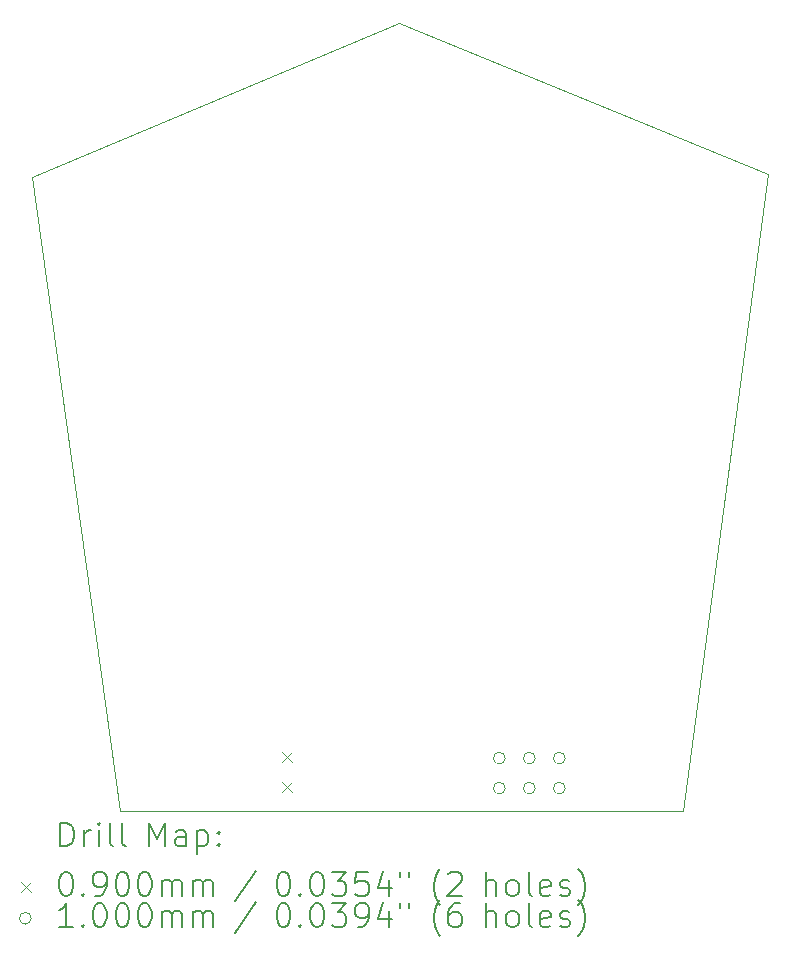
<source format=gbr>
%TF.GenerationSoftware,KiCad,Pcbnew,(6.99.0-2452-gdb4f2d9dd8)*%
%TF.CreationDate,2022-08-02T21:03:57-05:00*%
%TF.ProjectId,CTCubed,43544375-6265-4642-9e6b-696361645f70,rev?*%
%TF.SameCoordinates,Original*%
%TF.FileFunction,Drillmap*%
%TF.FilePolarity,Positive*%
%FSLAX45Y45*%
G04 Gerber Fmt 4.5, Leading zero omitted, Abs format (unit mm)*
G04 Created by KiCad (PCBNEW (6.99.0-2452-gdb4f2d9dd8)) date 2022-08-02 21:03:57*
%MOMM*%
%LPD*%
G01*
G04 APERTURE LIST*
%ADD10C,0.100000*%
%ADD11C,0.200000*%
%ADD12C,0.090000*%
G04 APERTURE END LIST*
D10*
X16968504Y-4474391D02*
X16249000Y-9866000D01*
X13844376Y-9865608D01*
X11482000Y-9865000D01*
X10731497Y-4497174D01*
X10731509Y-4497187D01*
X13840963Y-3194392D01*
X16968504Y-4474391D01*
D11*
D12*
X12849000Y-9366000D02*
X12939000Y-9456000D01*
X12939000Y-9366000D02*
X12849000Y-9456000D01*
X12849000Y-9620000D02*
X12939000Y-9710000D01*
X12939000Y-9620000D02*
X12849000Y-9710000D01*
D10*
X14740000Y-9419000D02*
G75*
G03*
X14740000Y-9419000I-50000J0D01*
G01*
X14740000Y-9673000D02*
G75*
G03*
X14740000Y-9673000I-50000J0D01*
G01*
X14994000Y-9419000D02*
G75*
G03*
X14994000Y-9419000I-50000J0D01*
G01*
X14994000Y-9673000D02*
G75*
G03*
X14994000Y-9673000I-50000J0D01*
G01*
X15248000Y-9419000D02*
G75*
G03*
X15248000Y-9419000I-50000J0D01*
G01*
X15248000Y-9673000D02*
G75*
G03*
X15248000Y-9673000I-50000J0D01*
G01*
D11*
X10974116Y-10164476D02*
X10974116Y-9964476D01*
X10974116Y-9964476D02*
X11021735Y-9964476D01*
X11021735Y-9964476D02*
X11050306Y-9974000D01*
X11050306Y-9974000D02*
X11069354Y-9993048D01*
X11069354Y-9993048D02*
X11078877Y-10012095D01*
X11078877Y-10012095D02*
X11088401Y-10050190D01*
X11088401Y-10050190D02*
X11088401Y-10078762D01*
X11088401Y-10078762D02*
X11078877Y-10116857D01*
X11078877Y-10116857D02*
X11069354Y-10135905D01*
X11069354Y-10135905D02*
X11050306Y-10154952D01*
X11050306Y-10154952D02*
X11021735Y-10164476D01*
X11021735Y-10164476D02*
X10974116Y-10164476D01*
X11174116Y-10164476D02*
X11174116Y-10031143D01*
X11174116Y-10069238D02*
X11183639Y-10050190D01*
X11183639Y-10050190D02*
X11193163Y-10040667D01*
X11193163Y-10040667D02*
X11212211Y-10031143D01*
X11212211Y-10031143D02*
X11231258Y-10031143D01*
X11297925Y-10164476D02*
X11297925Y-10031143D01*
X11297925Y-9964476D02*
X11288401Y-9974000D01*
X11288401Y-9974000D02*
X11297925Y-9983524D01*
X11297925Y-9983524D02*
X11307449Y-9974000D01*
X11307449Y-9974000D02*
X11297925Y-9964476D01*
X11297925Y-9964476D02*
X11297925Y-9983524D01*
X11421734Y-10164476D02*
X11402687Y-10154952D01*
X11402687Y-10154952D02*
X11393163Y-10135905D01*
X11393163Y-10135905D02*
X11393163Y-9964476D01*
X11526496Y-10164476D02*
X11507449Y-10154952D01*
X11507449Y-10154952D02*
X11497925Y-10135905D01*
X11497925Y-10135905D02*
X11497925Y-9964476D01*
X11722687Y-10164476D02*
X11722687Y-9964476D01*
X11722687Y-9964476D02*
X11789354Y-10107333D01*
X11789354Y-10107333D02*
X11856020Y-9964476D01*
X11856020Y-9964476D02*
X11856020Y-10164476D01*
X12036973Y-10164476D02*
X12036973Y-10059714D01*
X12036973Y-10059714D02*
X12027449Y-10040667D01*
X12027449Y-10040667D02*
X12008401Y-10031143D01*
X12008401Y-10031143D02*
X11970306Y-10031143D01*
X11970306Y-10031143D02*
X11951258Y-10040667D01*
X12036973Y-10154952D02*
X12017925Y-10164476D01*
X12017925Y-10164476D02*
X11970306Y-10164476D01*
X11970306Y-10164476D02*
X11951258Y-10154952D01*
X11951258Y-10154952D02*
X11941734Y-10135905D01*
X11941734Y-10135905D02*
X11941734Y-10116857D01*
X11941734Y-10116857D02*
X11951258Y-10097810D01*
X11951258Y-10097810D02*
X11970306Y-10088286D01*
X11970306Y-10088286D02*
X12017925Y-10088286D01*
X12017925Y-10088286D02*
X12036973Y-10078762D01*
X12132211Y-10031143D02*
X12132211Y-10231143D01*
X12132211Y-10040667D02*
X12151258Y-10031143D01*
X12151258Y-10031143D02*
X12189354Y-10031143D01*
X12189354Y-10031143D02*
X12208401Y-10040667D01*
X12208401Y-10040667D02*
X12217925Y-10050190D01*
X12217925Y-10050190D02*
X12227449Y-10069238D01*
X12227449Y-10069238D02*
X12227449Y-10126381D01*
X12227449Y-10126381D02*
X12217925Y-10145429D01*
X12217925Y-10145429D02*
X12208401Y-10154952D01*
X12208401Y-10154952D02*
X12189354Y-10164476D01*
X12189354Y-10164476D02*
X12151258Y-10164476D01*
X12151258Y-10164476D02*
X12132211Y-10154952D01*
X12313163Y-10145429D02*
X12322687Y-10154952D01*
X12322687Y-10154952D02*
X12313163Y-10164476D01*
X12313163Y-10164476D02*
X12303639Y-10154952D01*
X12303639Y-10154952D02*
X12313163Y-10145429D01*
X12313163Y-10145429D02*
X12313163Y-10164476D01*
X12313163Y-10040667D02*
X12322687Y-10050190D01*
X12322687Y-10050190D02*
X12313163Y-10059714D01*
X12313163Y-10059714D02*
X12303639Y-10050190D01*
X12303639Y-10050190D02*
X12313163Y-10040667D01*
X12313163Y-10040667D02*
X12313163Y-10059714D01*
D12*
X10636497Y-10466000D02*
X10726497Y-10556000D01*
X10726497Y-10466000D02*
X10636497Y-10556000D01*
D11*
X11012211Y-10384476D02*
X11031258Y-10384476D01*
X11031258Y-10384476D02*
X11050306Y-10394000D01*
X11050306Y-10394000D02*
X11059830Y-10403524D01*
X11059830Y-10403524D02*
X11069354Y-10422571D01*
X11069354Y-10422571D02*
X11078877Y-10460667D01*
X11078877Y-10460667D02*
X11078877Y-10508286D01*
X11078877Y-10508286D02*
X11069354Y-10546381D01*
X11069354Y-10546381D02*
X11059830Y-10565429D01*
X11059830Y-10565429D02*
X11050306Y-10574952D01*
X11050306Y-10574952D02*
X11031258Y-10584476D01*
X11031258Y-10584476D02*
X11012211Y-10584476D01*
X11012211Y-10584476D02*
X10993163Y-10574952D01*
X10993163Y-10574952D02*
X10983639Y-10565429D01*
X10983639Y-10565429D02*
X10974116Y-10546381D01*
X10974116Y-10546381D02*
X10964592Y-10508286D01*
X10964592Y-10508286D02*
X10964592Y-10460667D01*
X10964592Y-10460667D02*
X10974116Y-10422571D01*
X10974116Y-10422571D02*
X10983639Y-10403524D01*
X10983639Y-10403524D02*
X10993163Y-10394000D01*
X10993163Y-10394000D02*
X11012211Y-10384476D01*
X11164592Y-10565429D02*
X11174116Y-10574952D01*
X11174116Y-10574952D02*
X11164592Y-10584476D01*
X11164592Y-10584476D02*
X11155068Y-10574952D01*
X11155068Y-10574952D02*
X11164592Y-10565429D01*
X11164592Y-10565429D02*
X11164592Y-10584476D01*
X11269354Y-10584476D02*
X11307449Y-10584476D01*
X11307449Y-10584476D02*
X11326496Y-10574952D01*
X11326496Y-10574952D02*
X11336020Y-10565429D01*
X11336020Y-10565429D02*
X11355068Y-10536857D01*
X11355068Y-10536857D02*
X11364592Y-10498762D01*
X11364592Y-10498762D02*
X11364592Y-10422571D01*
X11364592Y-10422571D02*
X11355068Y-10403524D01*
X11355068Y-10403524D02*
X11345544Y-10394000D01*
X11345544Y-10394000D02*
X11326496Y-10384476D01*
X11326496Y-10384476D02*
X11288401Y-10384476D01*
X11288401Y-10384476D02*
X11269354Y-10394000D01*
X11269354Y-10394000D02*
X11259830Y-10403524D01*
X11259830Y-10403524D02*
X11250306Y-10422571D01*
X11250306Y-10422571D02*
X11250306Y-10470190D01*
X11250306Y-10470190D02*
X11259830Y-10489238D01*
X11259830Y-10489238D02*
X11269354Y-10498762D01*
X11269354Y-10498762D02*
X11288401Y-10508286D01*
X11288401Y-10508286D02*
X11326496Y-10508286D01*
X11326496Y-10508286D02*
X11345544Y-10498762D01*
X11345544Y-10498762D02*
X11355068Y-10489238D01*
X11355068Y-10489238D02*
X11364592Y-10470190D01*
X11488401Y-10384476D02*
X11507449Y-10384476D01*
X11507449Y-10384476D02*
X11526496Y-10394000D01*
X11526496Y-10394000D02*
X11536020Y-10403524D01*
X11536020Y-10403524D02*
X11545544Y-10422571D01*
X11545544Y-10422571D02*
X11555068Y-10460667D01*
X11555068Y-10460667D02*
X11555068Y-10508286D01*
X11555068Y-10508286D02*
X11545544Y-10546381D01*
X11545544Y-10546381D02*
X11536020Y-10565429D01*
X11536020Y-10565429D02*
X11526496Y-10574952D01*
X11526496Y-10574952D02*
X11507449Y-10584476D01*
X11507449Y-10584476D02*
X11488401Y-10584476D01*
X11488401Y-10584476D02*
X11469354Y-10574952D01*
X11469354Y-10574952D02*
X11459830Y-10565429D01*
X11459830Y-10565429D02*
X11450306Y-10546381D01*
X11450306Y-10546381D02*
X11440782Y-10508286D01*
X11440782Y-10508286D02*
X11440782Y-10460667D01*
X11440782Y-10460667D02*
X11450306Y-10422571D01*
X11450306Y-10422571D02*
X11459830Y-10403524D01*
X11459830Y-10403524D02*
X11469354Y-10394000D01*
X11469354Y-10394000D02*
X11488401Y-10384476D01*
X11678877Y-10384476D02*
X11697925Y-10384476D01*
X11697925Y-10384476D02*
X11716973Y-10394000D01*
X11716973Y-10394000D02*
X11726496Y-10403524D01*
X11726496Y-10403524D02*
X11736020Y-10422571D01*
X11736020Y-10422571D02*
X11745544Y-10460667D01*
X11745544Y-10460667D02*
X11745544Y-10508286D01*
X11745544Y-10508286D02*
X11736020Y-10546381D01*
X11736020Y-10546381D02*
X11726496Y-10565429D01*
X11726496Y-10565429D02*
X11716973Y-10574952D01*
X11716973Y-10574952D02*
X11697925Y-10584476D01*
X11697925Y-10584476D02*
X11678877Y-10584476D01*
X11678877Y-10584476D02*
X11659830Y-10574952D01*
X11659830Y-10574952D02*
X11650306Y-10565429D01*
X11650306Y-10565429D02*
X11640782Y-10546381D01*
X11640782Y-10546381D02*
X11631258Y-10508286D01*
X11631258Y-10508286D02*
X11631258Y-10460667D01*
X11631258Y-10460667D02*
X11640782Y-10422571D01*
X11640782Y-10422571D02*
X11650306Y-10403524D01*
X11650306Y-10403524D02*
X11659830Y-10394000D01*
X11659830Y-10394000D02*
X11678877Y-10384476D01*
X11831258Y-10584476D02*
X11831258Y-10451143D01*
X11831258Y-10470190D02*
X11840782Y-10460667D01*
X11840782Y-10460667D02*
X11859830Y-10451143D01*
X11859830Y-10451143D02*
X11888401Y-10451143D01*
X11888401Y-10451143D02*
X11907449Y-10460667D01*
X11907449Y-10460667D02*
X11916973Y-10479714D01*
X11916973Y-10479714D02*
X11916973Y-10584476D01*
X11916973Y-10479714D02*
X11926496Y-10460667D01*
X11926496Y-10460667D02*
X11945544Y-10451143D01*
X11945544Y-10451143D02*
X11974115Y-10451143D01*
X11974115Y-10451143D02*
X11993163Y-10460667D01*
X11993163Y-10460667D02*
X12002687Y-10479714D01*
X12002687Y-10479714D02*
X12002687Y-10584476D01*
X12097925Y-10584476D02*
X12097925Y-10451143D01*
X12097925Y-10470190D02*
X12107449Y-10460667D01*
X12107449Y-10460667D02*
X12126496Y-10451143D01*
X12126496Y-10451143D02*
X12155068Y-10451143D01*
X12155068Y-10451143D02*
X12174116Y-10460667D01*
X12174116Y-10460667D02*
X12183639Y-10479714D01*
X12183639Y-10479714D02*
X12183639Y-10584476D01*
X12183639Y-10479714D02*
X12193163Y-10460667D01*
X12193163Y-10460667D02*
X12212211Y-10451143D01*
X12212211Y-10451143D02*
X12240782Y-10451143D01*
X12240782Y-10451143D02*
X12259830Y-10460667D01*
X12259830Y-10460667D02*
X12269354Y-10479714D01*
X12269354Y-10479714D02*
X12269354Y-10584476D01*
X12627449Y-10374952D02*
X12456020Y-10632095D01*
X12852211Y-10384476D02*
X12871258Y-10384476D01*
X12871258Y-10384476D02*
X12890306Y-10394000D01*
X12890306Y-10394000D02*
X12899830Y-10403524D01*
X12899830Y-10403524D02*
X12909354Y-10422571D01*
X12909354Y-10422571D02*
X12918877Y-10460667D01*
X12918877Y-10460667D02*
X12918877Y-10508286D01*
X12918877Y-10508286D02*
X12909354Y-10546381D01*
X12909354Y-10546381D02*
X12899830Y-10565429D01*
X12899830Y-10565429D02*
X12890306Y-10574952D01*
X12890306Y-10574952D02*
X12871258Y-10584476D01*
X12871258Y-10584476D02*
X12852211Y-10584476D01*
X12852211Y-10584476D02*
X12833163Y-10574952D01*
X12833163Y-10574952D02*
X12823639Y-10565429D01*
X12823639Y-10565429D02*
X12814116Y-10546381D01*
X12814116Y-10546381D02*
X12804592Y-10508286D01*
X12804592Y-10508286D02*
X12804592Y-10460667D01*
X12804592Y-10460667D02*
X12814116Y-10422571D01*
X12814116Y-10422571D02*
X12823639Y-10403524D01*
X12823639Y-10403524D02*
X12833163Y-10394000D01*
X12833163Y-10394000D02*
X12852211Y-10384476D01*
X13004592Y-10565429D02*
X13014116Y-10574952D01*
X13014116Y-10574952D02*
X13004592Y-10584476D01*
X13004592Y-10584476D02*
X12995068Y-10574952D01*
X12995068Y-10574952D02*
X13004592Y-10565429D01*
X13004592Y-10565429D02*
X13004592Y-10584476D01*
X13137925Y-10384476D02*
X13156973Y-10384476D01*
X13156973Y-10384476D02*
X13176020Y-10394000D01*
X13176020Y-10394000D02*
X13185544Y-10403524D01*
X13185544Y-10403524D02*
X13195068Y-10422571D01*
X13195068Y-10422571D02*
X13204592Y-10460667D01*
X13204592Y-10460667D02*
X13204592Y-10508286D01*
X13204592Y-10508286D02*
X13195068Y-10546381D01*
X13195068Y-10546381D02*
X13185544Y-10565429D01*
X13185544Y-10565429D02*
X13176020Y-10574952D01*
X13176020Y-10574952D02*
X13156973Y-10584476D01*
X13156973Y-10584476D02*
X13137925Y-10584476D01*
X13137925Y-10584476D02*
X13118877Y-10574952D01*
X13118877Y-10574952D02*
X13109354Y-10565429D01*
X13109354Y-10565429D02*
X13099830Y-10546381D01*
X13099830Y-10546381D02*
X13090306Y-10508286D01*
X13090306Y-10508286D02*
X13090306Y-10460667D01*
X13090306Y-10460667D02*
X13099830Y-10422571D01*
X13099830Y-10422571D02*
X13109354Y-10403524D01*
X13109354Y-10403524D02*
X13118877Y-10394000D01*
X13118877Y-10394000D02*
X13137925Y-10384476D01*
X13271258Y-10384476D02*
X13395068Y-10384476D01*
X13395068Y-10384476D02*
X13328401Y-10460667D01*
X13328401Y-10460667D02*
X13356973Y-10460667D01*
X13356973Y-10460667D02*
X13376020Y-10470190D01*
X13376020Y-10470190D02*
X13385544Y-10479714D01*
X13385544Y-10479714D02*
X13395068Y-10498762D01*
X13395068Y-10498762D02*
X13395068Y-10546381D01*
X13395068Y-10546381D02*
X13385544Y-10565429D01*
X13385544Y-10565429D02*
X13376020Y-10574952D01*
X13376020Y-10574952D02*
X13356973Y-10584476D01*
X13356973Y-10584476D02*
X13299830Y-10584476D01*
X13299830Y-10584476D02*
X13280782Y-10574952D01*
X13280782Y-10574952D02*
X13271258Y-10565429D01*
X13576020Y-10384476D02*
X13480782Y-10384476D01*
X13480782Y-10384476D02*
X13471258Y-10479714D01*
X13471258Y-10479714D02*
X13480782Y-10470190D01*
X13480782Y-10470190D02*
X13499830Y-10460667D01*
X13499830Y-10460667D02*
X13547449Y-10460667D01*
X13547449Y-10460667D02*
X13566497Y-10470190D01*
X13566497Y-10470190D02*
X13576020Y-10479714D01*
X13576020Y-10479714D02*
X13585544Y-10498762D01*
X13585544Y-10498762D02*
X13585544Y-10546381D01*
X13585544Y-10546381D02*
X13576020Y-10565429D01*
X13576020Y-10565429D02*
X13566497Y-10574952D01*
X13566497Y-10574952D02*
X13547449Y-10584476D01*
X13547449Y-10584476D02*
X13499830Y-10584476D01*
X13499830Y-10584476D02*
X13480782Y-10574952D01*
X13480782Y-10574952D02*
X13471258Y-10565429D01*
X13756973Y-10451143D02*
X13756973Y-10584476D01*
X13709354Y-10374952D02*
X13661735Y-10517810D01*
X13661735Y-10517810D02*
X13785544Y-10517810D01*
X13852211Y-10384476D02*
X13852211Y-10422571D01*
X13928401Y-10384476D02*
X13928401Y-10422571D01*
X14191259Y-10660667D02*
X14181735Y-10651143D01*
X14181735Y-10651143D02*
X14162687Y-10622571D01*
X14162687Y-10622571D02*
X14153163Y-10603524D01*
X14153163Y-10603524D02*
X14143639Y-10574952D01*
X14143639Y-10574952D02*
X14134116Y-10527333D01*
X14134116Y-10527333D02*
X14134116Y-10489238D01*
X14134116Y-10489238D02*
X14143639Y-10441619D01*
X14143639Y-10441619D02*
X14153163Y-10413048D01*
X14153163Y-10413048D02*
X14162687Y-10394000D01*
X14162687Y-10394000D02*
X14181735Y-10365429D01*
X14181735Y-10365429D02*
X14191259Y-10355905D01*
X14257925Y-10403524D02*
X14267449Y-10394000D01*
X14267449Y-10394000D02*
X14286497Y-10384476D01*
X14286497Y-10384476D02*
X14334116Y-10384476D01*
X14334116Y-10384476D02*
X14353163Y-10394000D01*
X14353163Y-10394000D02*
X14362687Y-10403524D01*
X14362687Y-10403524D02*
X14372211Y-10422571D01*
X14372211Y-10422571D02*
X14372211Y-10441619D01*
X14372211Y-10441619D02*
X14362687Y-10470190D01*
X14362687Y-10470190D02*
X14248401Y-10584476D01*
X14248401Y-10584476D02*
X14372211Y-10584476D01*
X14577925Y-10584476D02*
X14577925Y-10384476D01*
X14663639Y-10584476D02*
X14663639Y-10479714D01*
X14663639Y-10479714D02*
X14654116Y-10460667D01*
X14654116Y-10460667D02*
X14635068Y-10451143D01*
X14635068Y-10451143D02*
X14606497Y-10451143D01*
X14606497Y-10451143D02*
X14587449Y-10460667D01*
X14587449Y-10460667D02*
X14577925Y-10470190D01*
X14787449Y-10584476D02*
X14768401Y-10574952D01*
X14768401Y-10574952D02*
X14758878Y-10565429D01*
X14758878Y-10565429D02*
X14749354Y-10546381D01*
X14749354Y-10546381D02*
X14749354Y-10489238D01*
X14749354Y-10489238D02*
X14758878Y-10470190D01*
X14758878Y-10470190D02*
X14768401Y-10460667D01*
X14768401Y-10460667D02*
X14787449Y-10451143D01*
X14787449Y-10451143D02*
X14816020Y-10451143D01*
X14816020Y-10451143D02*
X14835068Y-10460667D01*
X14835068Y-10460667D02*
X14844592Y-10470190D01*
X14844592Y-10470190D02*
X14854116Y-10489238D01*
X14854116Y-10489238D02*
X14854116Y-10546381D01*
X14854116Y-10546381D02*
X14844592Y-10565429D01*
X14844592Y-10565429D02*
X14835068Y-10574952D01*
X14835068Y-10574952D02*
X14816020Y-10584476D01*
X14816020Y-10584476D02*
X14787449Y-10584476D01*
X14968401Y-10584476D02*
X14949354Y-10574952D01*
X14949354Y-10574952D02*
X14939830Y-10555905D01*
X14939830Y-10555905D02*
X14939830Y-10384476D01*
X15120782Y-10574952D02*
X15101735Y-10584476D01*
X15101735Y-10584476D02*
X15063639Y-10584476D01*
X15063639Y-10584476D02*
X15044592Y-10574952D01*
X15044592Y-10574952D02*
X15035068Y-10555905D01*
X15035068Y-10555905D02*
X15035068Y-10479714D01*
X15035068Y-10479714D02*
X15044592Y-10460667D01*
X15044592Y-10460667D02*
X15063639Y-10451143D01*
X15063639Y-10451143D02*
X15101735Y-10451143D01*
X15101735Y-10451143D02*
X15120782Y-10460667D01*
X15120782Y-10460667D02*
X15130306Y-10479714D01*
X15130306Y-10479714D02*
X15130306Y-10498762D01*
X15130306Y-10498762D02*
X15035068Y-10517810D01*
X15206497Y-10574952D02*
X15225544Y-10584476D01*
X15225544Y-10584476D02*
X15263639Y-10584476D01*
X15263639Y-10584476D02*
X15282687Y-10574952D01*
X15282687Y-10574952D02*
X15292211Y-10555905D01*
X15292211Y-10555905D02*
X15292211Y-10546381D01*
X15292211Y-10546381D02*
X15282687Y-10527333D01*
X15282687Y-10527333D02*
X15263639Y-10517810D01*
X15263639Y-10517810D02*
X15235068Y-10517810D01*
X15235068Y-10517810D02*
X15216020Y-10508286D01*
X15216020Y-10508286D02*
X15206497Y-10489238D01*
X15206497Y-10489238D02*
X15206497Y-10479714D01*
X15206497Y-10479714D02*
X15216020Y-10460667D01*
X15216020Y-10460667D02*
X15235068Y-10451143D01*
X15235068Y-10451143D02*
X15263639Y-10451143D01*
X15263639Y-10451143D02*
X15282687Y-10460667D01*
X15358878Y-10660667D02*
X15368401Y-10651143D01*
X15368401Y-10651143D02*
X15387449Y-10622571D01*
X15387449Y-10622571D02*
X15396973Y-10603524D01*
X15396973Y-10603524D02*
X15406497Y-10574952D01*
X15406497Y-10574952D02*
X15416020Y-10527333D01*
X15416020Y-10527333D02*
X15416020Y-10489238D01*
X15416020Y-10489238D02*
X15406497Y-10441619D01*
X15406497Y-10441619D02*
X15396973Y-10413048D01*
X15396973Y-10413048D02*
X15387449Y-10394000D01*
X15387449Y-10394000D02*
X15368401Y-10365429D01*
X15368401Y-10365429D02*
X15358878Y-10355905D01*
D10*
X10726497Y-10775000D02*
G75*
G03*
X10726497Y-10775000I-50000J0D01*
G01*
D11*
X11078877Y-10848476D02*
X10964592Y-10848476D01*
X11021735Y-10848476D02*
X11021735Y-10648476D01*
X11021735Y-10648476D02*
X11002687Y-10677048D01*
X11002687Y-10677048D02*
X10983639Y-10696095D01*
X10983639Y-10696095D02*
X10964592Y-10705619D01*
X11164592Y-10829429D02*
X11174116Y-10838952D01*
X11174116Y-10838952D02*
X11164592Y-10848476D01*
X11164592Y-10848476D02*
X11155068Y-10838952D01*
X11155068Y-10838952D02*
X11164592Y-10829429D01*
X11164592Y-10829429D02*
X11164592Y-10848476D01*
X11297925Y-10648476D02*
X11316973Y-10648476D01*
X11316973Y-10648476D02*
X11336020Y-10658000D01*
X11336020Y-10658000D02*
X11345544Y-10667524D01*
X11345544Y-10667524D02*
X11355068Y-10686571D01*
X11355068Y-10686571D02*
X11364592Y-10724667D01*
X11364592Y-10724667D02*
X11364592Y-10772286D01*
X11364592Y-10772286D02*
X11355068Y-10810381D01*
X11355068Y-10810381D02*
X11345544Y-10829429D01*
X11345544Y-10829429D02*
X11336020Y-10838952D01*
X11336020Y-10838952D02*
X11316973Y-10848476D01*
X11316973Y-10848476D02*
X11297925Y-10848476D01*
X11297925Y-10848476D02*
X11278877Y-10838952D01*
X11278877Y-10838952D02*
X11269354Y-10829429D01*
X11269354Y-10829429D02*
X11259830Y-10810381D01*
X11259830Y-10810381D02*
X11250306Y-10772286D01*
X11250306Y-10772286D02*
X11250306Y-10724667D01*
X11250306Y-10724667D02*
X11259830Y-10686571D01*
X11259830Y-10686571D02*
X11269354Y-10667524D01*
X11269354Y-10667524D02*
X11278877Y-10658000D01*
X11278877Y-10658000D02*
X11297925Y-10648476D01*
X11488401Y-10648476D02*
X11507449Y-10648476D01*
X11507449Y-10648476D02*
X11526496Y-10658000D01*
X11526496Y-10658000D02*
X11536020Y-10667524D01*
X11536020Y-10667524D02*
X11545544Y-10686571D01*
X11545544Y-10686571D02*
X11555068Y-10724667D01*
X11555068Y-10724667D02*
X11555068Y-10772286D01*
X11555068Y-10772286D02*
X11545544Y-10810381D01*
X11545544Y-10810381D02*
X11536020Y-10829429D01*
X11536020Y-10829429D02*
X11526496Y-10838952D01*
X11526496Y-10838952D02*
X11507449Y-10848476D01*
X11507449Y-10848476D02*
X11488401Y-10848476D01*
X11488401Y-10848476D02*
X11469354Y-10838952D01*
X11469354Y-10838952D02*
X11459830Y-10829429D01*
X11459830Y-10829429D02*
X11450306Y-10810381D01*
X11450306Y-10810381D02*
X11440782Y-10772286D01*
X11440782Y-10772286D02*
X11440782Y-10724667D01*
X11440782Y-10724667D02*
X11450306Y-10686571D01*
X11450306Y-10686571D02*
X11459830Y-10667524D01*
X11459830Y-10667524D02*
X11469354Y-10658000D01*
X11469354Y-10658000D02*
X11488401Y-10648476D01*
X11678877Y-10648476D02*
X11697925Y-10648476D01*
X11697925Y-10648476D02*
X11716973Y-10658000D01*
X11716973Y-10658000D02*
X11726496Y-10667524D01*
X11726496Y-10667524D02*
X11736020Y-10686571D01*
X11736020Y-10686571D02*
X11745544Y-10724667D01*
X11745544Y-10724667D02*
X11745544Y-10772286D01*
X11745544Y-10772286D02*
X11736020Y-10810381D01*
X11736020Y-10810381D02*
X11726496Y-10829429D01*
X11726496Y-10829429D02*
X11716973Y-10838952D01*
X11716973Y-10838952D02*
X11697925Y-10848476D01*
X11697925Y-10848476D02*
X11678877Y-10848476D01*
X11678877Y-10848476D02*
X11659830Y-10838952D01*
X11659830Y-10838952D02*
X11650306Y-10829429D01*
X11650306Y-10829429D02*
X11640782Y-10810381D01*
X11640782Y-10810381D02*
X11631258Y-10772286D01*
X11631258Y-10772286D02*
X11631258Y-10724667D01*
X11631258Y-10724667D02*
X11640782Y-10686571D01*
X11640782Y-10686571D02*
X11650306Y-10667524D01*
X11650306Y-10667524D02*
X11659830Y-10658000D01*
X11659830Y-10658000D02*
X11678877Y-10648476D01*
X11831258Y-10848476D02*
X11831258Y-10715143D01*
X11831258Y-10734190D02*
X11840782Y-10724667D01*
X11840782Y-10724667D02*
X11859830Y-10715143D01*
X11859830Y-10715143D02*
X11888401Y-10715143D01*
X11888401Y-10715143D02*
X11907449Y-10724667D01*
X11907449Y-10724667D02*
X11916973Y-10743714D01*
X11916973Y-10743714D02*
X11916973Y-10848476D01*
X11916973Y-10743714D02*
X11926496Y-10724667D01*
X11926496Y-10724667D02*
X11945544Y-10715143D01*
X11945544Y-10715143D02*
X11974115Y-10715143D01*
X11974115Y-10715143D02*
X11993163Y-10724667D01*
X11993163Y-10724667D02*
X12002687Y-10743714D01*
X12002687Y-10743714D02*
X12002687Y-10848476D01*
X12097925Y-10848476D02*
X12097925Y-10715143D01*
X12097925Y-10734190D02*
X12107449Y-10724667D01*
X12107449Y-10724667D02*
X12126496Y-10715143D01*
X12126496Y-10715143D02*
X12155068Y-10715143D01*
X12155068Y-10715143D02*
X12174116Y-10724667D01*
X12174116Y-10724667D02*
X12183639Y-10743714D01*
X12183639Y-10743714D02*
X12183639Y-10848476D01*
X12183639Y-10743714D02*
X12193163Y-10724667D01*
X12193163Y-10724667D02*
X12212211Y-10715143D01*
X12212211Y-10715143D02*
X12240782Y-10715143D01*
X12240782Y-10715143D02*
X12259830Y-10724667D01*
X12259830Y-10724667D02*
X12269354Y-10743714D01*
X12269354Y-10743714D02*
X12269354Y-10848476D01*
X12627449Y-10638952D02*
X12456020Y-10896095D01*
X12852211Y-10648476D02*
X12871258Y-10648476D01*
X12871258Y-10648476D02*
X12890306Y-10658000D01*
X12890306Y-10658000D02*
X12899830Y-10667524D01*
X12899830Y-10667524D02*
X12909354Y-10686571D01*
X12909354Y-10686571D02*
X12918877Y-10724667D01*
X12918877Y-10724667D02*
X12918877Y-10772286D01*
X12918877Y-10772286D02*
X12909354Y-10810381D01*
X12909354Y-10810381D02*
X12899830Y-10829429D01*
X12899830Y-10829429D02*
X12890306Y-10838952D01*
X12890306Y-10838952D02*
X12871258Y-10848476D01*
X12871258Y-10848476D02*
X12852211Y-10848476D01*
X12852211Y-10848476D02*
X12833163Y-10838952D01*
X12833163Y-10838952D02*
X12823639Y-10829429D01*
X12823639Y-10829429D02*
X12814116Y-10810381D01*
X12814116Y-10810381D02*
X12804592Y-10772286D01*
X12804592Y-10772286D02*
X12804592Y-10724667D01*
X12804592Y-10724667D02*
X12814116Y-10686571D01*
X12814116Y-10686571D02*
X12823639Y-10667524D01*
X12823639Y-10667524D02*
X12833163Y-10658000D01*
X12833163Y-10658000D02*
X12852211Y-10648476D01*
X13004592Y-10829429D02*
X13014116Y-10838952D01*
X13014116Y-10838952D02*
X13004592Y-10848476D01*
X13004592Y-10848476D02*
X12995068Y-10838952D01*
X12995068Y-10838952D02*
X13004592Y-10829429D01*
X13004592Y-10829429D02*
X13004592Y-10848476D01*
X13137925Y-10648476D02*
X13156973Y-10648476D01*
X13156973Y-10648476D02*
X13176020Y-10658000D01*
X13176020Y-10658000D02*
X13185544Y-10667524D01*
X13185544Y-10667524D02*
X13195068Y-10686571D01*
X13195068Y-10686571D02*
X13204592Y-10724667D01*
X13204592Y-10724667D02*
X13204592Y-10772286D01*
X13204592Y-10772286D02*
X13195068Y-10810381D01*
X13195068Y-10810381D02*
X13185544Y-10829429D01*
X13185544Y-10829429D02*
X13176020Y-10838952D01*
X13176020Y-10838952D02*
X13156973Y-10848476D01*
X13156973Y-10848476D02*
X13137925Y-10848476D01*
X13137925Y-10848476D02*
X13118877Y-10838952D01*
X13118877Y-10838952D02*
X13109354Y-10829429D01*
X13109354Y-10829429D02*
X13099830Y-10810381D01*
X13099830Y-10810381D02*
X13090306Y-10772286D01*
X13090306Y-10772286D02*
X13090306Y-10724667D01*
X13090306Y-10724667D02*
X13099830Y-10686571D01*
X13099830Y-10686571D02*
X13109354Y-10667524D01*
X13109354Y-10667524D02*
X13118877Y-10658000D01*
X13118877Y-10658000D02*
X13137925Y-10648476D01*
X13271258Y-10648476D02*
X13395068Y-10648476D01*
X13395068Y-10648476D02*
X13328401Y-10724667D01*
X13328401Y-10724667D02*
X13356973Y-10724667D01*
X13356973Y-10724667D02*
X13376020Y-10734190D01*
X13376020Y-10734190D02*
X13385544Y-10743714D01*
X13385544Y-10743714D02*
X13395068Y-10762762D01*
X13395068Y-10762762D02*
X13395068Y-10810381D01*
X13395068Y-10810381D02*
X13385544Y-10829429D01*
X13385544Y-10829429D02*
X13376020Y-10838952D01*
X13376020Y-10838952D02*
X13356973Y-10848476D01*
X13356973Y-10848476D02*
X13299830Y-10848476D01*
X13299830Y-10848476D02*
X13280782Y-10838952D01*
X13280782Y-10838952D02*
X13271258Y-10829429D01*
X13490306Y-10848476D02*
X13528401Y-10848476D01*
X13528401Y-10848476D02*
X13547449Y-10838952D01*
X13547449Y-10838952D02*
X13556973Y-10829429D01*
X13556973Y-10829429D02*
X13576020Y-10800857D01*
X13576020Y-10800857D02*
X13585544Y-10762762D01*
X13585544Y-10762762D02*
X13585544Y-10686571D01*
X13585544Y-10686571D02*
X13576020Y-10667524D01*
X13576020Y-10667524D02*
X13566497Y-10658000D01*
X13566497Y-10658000D02*
X13547449Y-10648476D01*
X13547449Y-10648476D02*
X13509354Y-10648476D01*
X13509354Y-10648476D02*
X13490306Y-10658000D01*
X13490306Y-10658000D02*
X13480782Y-10667524D01*
X13480782Y-10667524D02*
X13471258Y-10686571D01*
X13471258Y-10686571D02*
X13471258Y-10734190D01*
X13471258Y-10734190D02*
X13480782Y-10753238D01*
X13480782Y-10753238D02*
X13490306Y-10762762D01*
X13490306Y-10762762D02*
X13509354Y-10772286D01*
X13509354Y-10772286D02*
X13547449Y-10772286D01*
X13547449Y-10772286D02*
X13566497Y-10762762D01*
X13566497Y-10762762D02*
X13576020Y-10753238D01*
X13576020Y-10753238D02*
X13585544Y-10734190D01*
X13756973Y-10715143D02*
X13756973Y-10848476D01*
X13709354Y-10638952D02*
X13661735Y-10781810D01*
X13661735Y-10781810D02*
X13785544Y-10781810D01*
X13852211Y-10648476D02*
X13852211Y-10686571D01*
X13928401Y-10648476D02*
X13928401Y-10686571D01*
X14191259Y-10924667D02*
X14181735Y-10915143D01*
X14181735Y-10915143D02*
X14162687Y-10886571D01*
X14162687Y-10886571D02*
X14153163Y-10867524D01*
X14153163Y-10867524D02*
X14143639Y-10838952D01*
X14143639Y-10838952D02*
X14134116Y-10791333D01*
X14134116Y-10791333D02*
X14134116Y-10753238D01*
X14134116Y-10753238D02*
X14143639Y-10705619D01*
X14143639Y-10705619D02*
X14153163Y-10677048D01*
X14153163Y-10677048D02*
X14162687Y-10658000D01*
X14162687Y-10658000D02*
X14181735Y-10629429D01*
X14181735Y-10629429D02*
X14191259Y-10619905D01*
X14353163Y-10648476D02*
X14315068Y-10648476D01*
X14315068Y-10648476D02*
X14296020Y-10658000D01*
X14296020Y-10658000D02*
X14286497Y-10667524D01*
X14286497Y-10667524D02*
X14267449Y-10696095D01*
X14267449Y-10696095D02*
X14257925Y-10734190D01*
X14257925Y-10734190D02*
X14257925Y-10810381D01*
X14257925Y-10810381D02*
X14267449Y-10829429D01*
X14267449Y-10829429D02*
X14276973Y-10838952D01*
X14276973Y-10838952D02*
X14296020Y-10848476D01*
X14296020Y-10848476D02*
X14334116Y-10848476D01*
X14334116Y-10848476D02*
X14353163Y-10838952D01*
X14353163Y-10838952D02*
X14362687Y-10829429D01*
X14362687Y-10829429D02*
X14372211Y-10810381D01*
X14372211Y-10810381D02*
X14372211Y-10762762D01*
X14372211Y-10762762D02*
X14362687Y-10743714D01*
X14362687Y-10743714D02*
X14353163Y-10734190D01*
X14353163Y-10734190D02*
X14334116Y-10724667D01*
X14334116Y-10724667D02*
X14296020Y-10724667D01*
X14296020Y-10724667D02*
X14276973Y-10734190D01*
X14276973Y-10734190D02*
X14267449Y-10743714D01*
X14267449Y-10743714D02*
X14257925Y-10762762D01*
X14577925Y-10848476D02*
X14577925Y-10648476D01*
X14663639Y-10848476D02*
X14663639Y-10743714D01*
X14663639Y-10743714D02*
X14654116Y-10724667D01*
X14654116Y-10724667D02*
X14635068Y-10715143D01*
X14635068Y-10715143D02*
X14606497Y-10715143D01*
X14606497Y-10715143D02*
X14587449Y-10724667D01*
X14587449Y-10724667D02*
X14577925Y-10734190D01*
X14787449Y-10848476D02*
X14768401Y-10838952D01*
X14768401Y-10838952D02*
X14758878Y-10829429D01*
X14758878Y-10829429D02*
X14749354Y-10810381D01*
X14749354Y-10810381D02*
X14749354Y-10753238D01*
X14749354Y-10753238D02*
X14758878Y-10734190D01*
X14758878Y-10734190D02*
X14768401Y-10724667D01*
X14768401Y-10724667D02*
X14787449Y-10715143D01*
X14787449Y-10715143D02*
X14816020Y-10715143D01*
X14816020Y-10715143D02*
X14835068Y-10724667D01*
X14835068Y-10724667D02*
X14844592Y-10734190D01*
X14844592Y-10734190D02*
X14854116Y-10753238D01*
X14854116Y-10753238D02*
X14854116Y-10810381D01*
X14854116Y-10810381D02*
X14844592Y-10829429D01*
X14844592Y-10829429D02*
X14835068Y-10838952D01*
X14835068Y-10838952D02*
X14816020Y-10848476D01*
X14816020Y-10848476D02*
X14787449Y-10848476D01*
X14968401Y-10848476D02*
X14949354Y-10838952D01*
X14949354Y-10838952D02*
X14939830Y-10819905D01*
X14939830Y-10819905D02*
X14939830Y-10648476D01*
X15120782Y-10838952D02*
X15101735Y-10848476D01*
X15101735Y-10848476D02*
X15063639Y-10848476D01*
X15063639Y-10848476D02*
X15044592Y-10838952D01*
X15044592Y-10838952D02*
X15035068Y-10819905D01*
X15035068Y-10819905D02*
X15035068Y-10743714D01*
X15035068Y-10743714D02*
X15044592Y-10724667D01*
X15044592Y-10724667D02*
X15063639Y-10715143D01*
X15063639Y-10715143D02*
X15101735Y-10715143D01*
X15101735Y-10715143D02*
X15120782Y-10724667D01*
X15120782Y-10724667D02*
X15130306Y-10743714D01*
X15130306Y-10743714D02*
X15130306Y-10762762D01*
X15130306Y-10762762D02*
X15035068Y-10781810D01*
X15206497Y-10838952D02*
X15225544Y-10848476D01*
X15225544Y-10848476D02*
X15263639Y-10848476D01*
X15263639Y-10848476D02*
X15282687Y-10838952D01*
X15282687Y-10838952D02*
X15292211Y-10819905D01*
X15292211Y-10819905D02*
X15292211Y-10810381D01*
X15292211Y-10810381D02*
X15282687Y-10791333D01*
X15282687Y-10791333D02*
X15263639Y-10781810D01*
X15263639Y-10781810D02*
X15235068Y-10781810D01*
X15235068Y-10781810D02*
X15216020Y-10772286D01*
X15216020Y-10772286D02*
X15206497Y-10753238D01*
X15206497Y-10753238D02*
X15206497Y-10743714D01*
X15206497Y-10743714D02*
X15216020Y-10724667D01*
X15216020Y-10724667D02*
X15235068Y-10715143D01*
X15235068Y-10715143D02*
X15263639Y-10715143D01*
X15263639Y-10715143D02*
X15282687Y-10724667D01*
X15358878Y-10924667D02*
X15368401Y-10915143D01*
X15368401Y-10915143D02*
X15387449Y-10886571D01*
X15387449Y-10886571D02*
X15396973Y-10867524D01*
X15396973Y-10867524D02*
X15406497Y-10838952D01*
X15406497Y-10838952D02*
X15416020Y-10791333D01*
X15416020Y-10791333D02*
X15416020Y-10753238D01*
X15416020Y-10753238D02*
X15406497Y-10705619D01*
X15406497Y-10705619D02*
X15396973Y-10677048D01*
X15396973Y-10677048D02*
X15387449Y-10658000D01*
X15387449Y-10658000D02*
X15368401Y-10629429D01*
X15368401Y-10629429D02*
X15358878Y-10619905D01*
M02*

</source>
